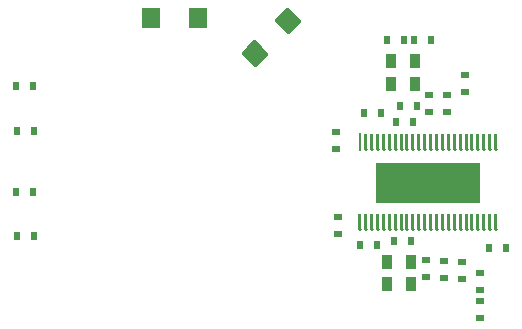
<source format=gbp>
%FSLAX24Y24*%
%MOIN*%
G70*
G01*
G75*
%ADD10C,0.0080*%
%ADD11R,0.0300X0.0300*%
%ADD12R,0.0300X0.0220*%
%ADD13R,0.0440X0.0120*%
%ADD14O,0.0190X0.1100*%
%ADD15R,0.0190X0.1100*%
%ADD16R,0.0220X0.0300*%
%ADD17R,0.0120X0.0440*%
%ADD18O,0.0440X0.0120*%
%ADD19R,0.0500X0.0250*%
%ADD20R,0.0360X0.0360*%
%ADD21O,0.0200X0.0500*%
%ADD22R,0.0200X0.0500*%
%ADD23R,0.1600X0.0600*%
%ADD24R,0.1460X0.1460*%
%ADD25R,0.0500X0.0500*%
%ADD26R,0.0830X0.2250*%
%ADD27R,0.0345X0.0500*%
%ADD28R,0.0630X0.0670*%
%ADD29O,0.0160X0.0530*%
%ADD30R,0.0160X0.0530*%
%ADD31R,0.0390X0.0350*%
%ADD32R,0.0220X0.0670*%
%ADD33O,0.0354X0.0787*%
%ADD34R,0.1968X0.1968*%
%ADD35R,0.0354X0.0787*%
%ADD36R,0.0280X0.0100*%
%ADD37R,0.0100X0.0510*%
%ADD38O,0.0100X0.0510*%
%ADD39R,0.0870X0.0870*%
%ADD40O,0.0200X0.0100*%
%ADD41R,0.0200X0.0100*%
%ADD42R,0.0100X0.0200*%
%ADD43C,0.0061*%
%ADD44C,0.0075*%
%ADD45C,0.0120*%
%ADD46C,0.0100*%
%ADD47C,0.0220*%
%ADD48C,0.0200*%
%ADD49C,0.0600*%
%ADD50C,0.0300*%
%ADD51C,0.0360*%
%ADD52C,0.0900*%
%ADD53C,0.0250*%
%ADD54C,0.0150*%
%ADD55C,0.0400*%
%ADD56C,0.0800*%
%ADD57C,0.2500*%
%ADD58C,0.0170*%
%ADD59R,0.0420X0.0420*%
%ADD60C,0.0420*%
%ADD61C,0.0650*%
%ADD62C,0.0620*%
%ADD63C,0.0600*%
%ADD64R,0.0600X0.0600*%
%ADD65R,0.0620X0.0620*%
%ADD66C,0.1200*%
%ADD67C,0.0500*%
%ADD68C,0.0510*%
%ADD69C,0.0390*%
%ADD70R,0.0900X0.0900*%
%ADD71C,0.0900*%
%ADD72C,0.0520*%
%ADD73C,0.0960*%
%ADD74C,0.1000*%
%ADD75C,0.0850*%
%ADD76C,0.0450*%
%ADD77C,0.0220*%
%ADD78C,0.0350*%
%ADD79C,0.0410*%
%ADD80C,0.0860*%
%ADD81O,0.0100X0.0600*%
%ADD82R,0.0100X0.0600*%
%ADD83R,0.3500X0.1380*%
%ADD84C,0.0630*%
%ADD85C,0.0700*%
%ADD86C,0.0340*%
%ADD87C,0.0730*%
%ADD88C,0.0500*%
%ADD89C,0.1900*%
%ADD90C,0.0160*%
%ADD91C,0.0040*%
%ADD92C,0.0050*%
%ADD93C,0.0070*%
%ADD94C,0.0030*%
D12*
X95317Y89741D02*
D03*
Y90311D02*
D03*
X95818Y82210D02*
D03*
Y82780D02*
D03*
X91088Y85570D02*
D03*
Y85000D02*
D03*
X90998Y88400D02*
D03*
Y87830D02*
D03*
X94018Y84130D02*
D03*
Y83560D02*
D03*
X94618Y83530D02*
D03*
Y84100D02*
D03*
X94118Y89630D02*
D03*
Y89060D02*
D03*
X94718Y89080D02*
D03*
Y89650D02*
D03*
X95818Y83710D02*
D03*
X95818Y83140D02*
D03*
X95218Y84080D02*
D03*
X95218Y83510D02*
D03*
D16*
X80338Y89930D02*
D03*
X80908D02*
D03*
X80368Y84930D02*
D03*
X80938D02*
D03*
X80368Y88450D02*
D03*
X80938D02*
D03*
X80928Y86420D02*
D03*
X80358D02*
D03*
X93268Y91470D02*
D03*
X92698D02*
D03*
X94188D02*
D03*
X93618D02*
D03*
X92368Y84630D02*
D03*
X91798D02*
D03*
X91948Y89030D02*
D03*
X92518Y89030D02*
D03*
X96118Y84530D02*
D03*
X96688D02*
D03*
X93718Y89280D02*
D03*
X93148D02*
D03*
X93018Y88730D02*
D03*
X93588D02*
D03*
X92958Y84780D02*
D03*
X93528Y84780D02*
D03*
D27*
X93653Y90020D02*
D03*
X92838D02*
D03*
X93653Y90770D02*
D03*
X92838D02*
D03*
X93523Y84080D02*
D03*
X92708Y84080D02*
D03*
X93523Y83340D02*
D03*
X92708D02*
D03*
D28*
X84858Y92210D02*
D03*
X86398D02*
D03*
D54*
X88657Y91021D02*
X88318Y90682D01*
X87950Y91050D01*
X88289Y91389D01*
X88657Y91021D01*
X88480D02*
X88318Y90859D01*
X88127Y91050D01*
X88289Y91212D01*
X88480Y91021D01*
X88314Y91032D02*
X88293Y91039D01*
X89746Y92110D02*
X89407Y91771D01*
X89039Y92139D01*
X89378Y92478D01*
X89746Y92110D01*
X89569D02*
X89407Y91948D01*
X89216Y92139D01*
X89378Y92301D01*
X89569Y92110D01*
X89403Y92121D02*
X89382Y92128D01*
D81*
X94182Y88070D02*
D03*
X92015D02*
D03*
X92212D02*
D03*
X92409D02*
D03*
X92606Y88070D02*
D03*
X92803D02*
D03*
X93000D02*
D03*
X93197D02*
D03*
X93394Y88070D02*
D03*
X93591D02*
D03*
X93788D02*
D03*
X93985D02*
D03*
X94379Y88070D02*
D03*
X94576Y88070D02*
D03*
X94773D02*
D03*
X94970Y88070D02*
D03*
X95167D02*
D03*
X95364D02*
D03*
X95561D02*
D03*
X95758Y88070D02*
D03*
X95955D02*
D03*
X96152D02*
D03*
X96349D02*
D03*
X91818Y85390D02*
D03*
X92015D02*
D03*
X92212Y85390D02*
D03*
X92409Y85390D02*
D03*
X92606D02*
D03*
X92803D02*
D03*
X93000D02*
D03*
X93197D02*
D03*
X93394D02*
D03*
X93591D02*
D03*
X93788D02*
D03*
X93985D02*
D03*
X94182Y85390D02*
D03*
X94379D02*
D03*
X94576D02*
D03*
X94773D02*
D03*
X94970D02*
D03*
X95167D02*
D03*
X95364D02*
D03*
X95561D02*
D03*
X95758Y85390D02*
D03*
X95955D02*
D03*
X96152D02*
D03*
X96349D02*
D03*
D82*
X91818Y88070D02*
D03*
D83*
X94088Y86720D02*
D03*
M02*

</source>
